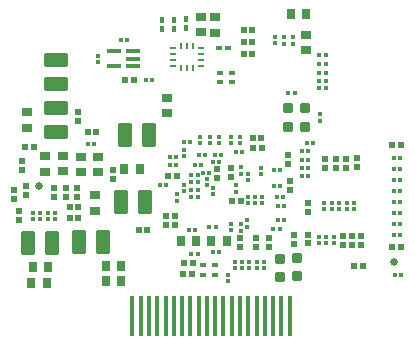
<source format=gbr>
G04*
G04 #@! TF.GenerationSoftware,Altium Limited,Altium Designer,24.6.1 (21)*
G04*
G04 Layer_Color=128*
%FSLAX44Y44*%
%MOMM*%
G71*
G04*
G04 #@! TF.SameCoordinates,46D9000B-954F-446C-B998-76B77EA3697B*
G04*
G04*
G04 #@! TF.FilePolarity,Positive*
G04*
G01*
G75*
%ADD21C,0.6350*%
G04:AMPARAMS|DCode=22|XSize=0.3048mm|YSize=0.3048mm|CornerRadius=0.0229mm|HoleSize=0mm|Usage=FLASHONLY|Rotation=180.000|XOffset=0mm|YOffset=0mm|HoleType=Round|Shape=RoundedRectangle|*
%AMROUNDEDRECTD22*
21,1,0.3048,0.2591,0,0,180.0*
21,1,0.2591,0.3048,0,0,180.0*
1,1,0.0457,-0.1295,0.1295*
1,1,0.0457,0.1295,0.1295*
1,1,0.0457,0.1295,-0.1295*
1,1,0.0457,-0.1295,-0.1295*
%
%ADD22ROUNDEDRECTD22*%
G04:AMPARAMS|DCode=23|XSize=0.8382mm|YSize=0.7112mm|CornerRadius=0.0711mm|HoleSize=0mm|Usage=FLASHONLY|Rotation=90.000|XOffset=0mm|YOffset=0mm|HoleType=Round|Shape=RoundedRectangle|*
%AMROUNDEDRECTD23*
21,1,0.8382,0.5690,0,0,90.0*
21,1,0.6960,0.7112,0,0,90.0*
1,1,0.1422,0.2845,0.3480*
1,1,0.1422,0.2845,-0.3480*
1,1,0.1422,-0.2845,-0.3480*
1,1,0.1422,-0.2845,0.3480*
%
%ADD23ROUNDEDRECTD23*%
G04:AMPARAMS|DCode=25|XSize=0.4572mm|YSize=0.508mm|CornerRadius=0.0343mm|HoleSize=0mm|Usage=FLASHONLY|Rotation=180.000|XOffset=0mm|YOffset=0mm|HoleType=Round|Shape=RoundedRectangle|*
%AMROUNDEDRECTD25*
21,1,0.4572,0.4394,0,0,180.0*
21,1,0.3886,0.5080,0,0,180.0*
1,1,0.0686,-0.1943,0.2197*
1,1,0.0686,0.1943,0.2197*
1,1,0.0686,0.1943,-0.2197*
1,1,0.0686,-0.1943,-0.2197*
%
%ADD25ROUNDEDRECTD25*%
G04:AMPARAMS|DCode=26|XSize=0.508mm|YSize=0.4572mm|CornerRadius=0.0343mm|HoleSize=0mm|Usage=FLASHONLY|Rotation=180.000|XOffset=0mm|YOffset=0mm|HoleType=Round|Shape=RoundedRectangle|*
%AMROUNDEDRECTD26*
21,1,0.5080,0.3886,0,0,180.0*
21,1,0.4394,0.4572,0,0,180.0*
1,1,0.0686,-0.2197,0.1943*
1,1,0.0686,0.2197,0.1943*
1,1,0.0686,0.2197,-0.1943*
1,1,0.0686,-0.2197,-0.1943*
%
%ADD26ROUNDEDRECTD26*%
G04:AMPARAMS|DCode=27|XSize=0.3048mm|YSize=0.3048mm|CornerRadius=0.0229mm|HoleSize=0mm|Usage=FLASHONLY|Rotation=270.000|XOffset=0mm|YOffset=0mm|HoleType=Round|Shape=RoundedRectangle|*
%AMROUNDEDRECTD27*
21,1,0.3048,0.2591,0,0,270.0*
21,1,0.2591,0.3048,0,0,270.0*
1,1,0.0457,-0.1295,-0.1295*
1,1,0.0457,-0.1295,0.1295*
1,1,0.0457,0.1295,0.1295*
1,1,0.0457,0.1295,-0.1295*
%
%ADD27ROUNDEDRECTD27*%
G04:AMPARAMS|DCode=29|XSize=0.4572mm|YSize=0.508mm|CornerRadius=0.0343mm|HoleSize=0mm|Usage=FLASHONLY|Rotation=270.000|XOffset=0mm|YOffset=0mm|HoleType=Round|Shape=RoundedRectangle|*
%AMROUNDEDRECTD29*
21,1,0.4572,0.4394,0,0,270.0*
21,1,0.3886,0.5080,0,0,270.0*
1,1,0.0686,-0.2197,-0.1943*
1,1,0.0686,-0.2197,0.1943*
1,1,0.0686,0.2197,0.1943*
1,1,0.0686,0.2197,-0.1943*
%
%ADD29ROUNDEDRECTD29*%
G04:AMPARAMS|DCode=33|XSize=0.508mm|YSize=0.4572mm|CornerRadius=0.0343mm|HoleSize=0mm|Usage=FLASHONLY|Rotation=90.000|XOffset=0mm|YOffset=0mm|HoleType=Round|Shape=RoundedRectangle|*
%AMROUNDEDRECTD33*
21,1,0.5080,0.3886,0,0,90.0*
21,1,0.4394,0.4572,0,0,90.0*
1,1,0.0686,0.1943,0.2197*
1,1,0.0686,0.1943,-0.2197*
1,1,0.0686,-0.1943,-0.2197*
1,1,0.0686,-0.1943,0.2197*
%
%ADD33ROUNDEDRECTD33*%
G04:AMPARAMS|DCode=42|XSize=0.7874mm|YSize=0.8382mm|CornerRadius=0.0787mm|HoleSize=0mm|Usage=FLASHONLY|Rotation=0.000|XOffset=0mm|YOffset=0mm|HoleType=Round|Shape=RoundedRectangle|*
%AMROUNDEDRECTD42*
21,1,0.7874,0.6807,0,0,0.0*
21,1,0.6299,0.8382,0,0,0.0*
1,1,0.1575,0.3150,-0.3404*
1,1,0.1575,-0.3150,-0.3404*
1,1,0.1575,-0.3150,0.3404*
1,1,0.1575,0.3150,0.3404*
%
%ADD42ROUNDEDRECTD42*%
%ADD72R,0.4000X3.5000*%
G04:AMPARAMS|DCode=73|XSize=1.2192mm|YSize=2.0066mm|CornerRadius=0.0914mm|HoleSize=0mm|Usage=FLASHONLY|Rotation=180.000|XOffset=0mm|YOffset=0mm|HoleType=Round|Shape=RoundedRectangle|*
%AMROUNDEDRECTD73*
21,1,1.2192,1.8237,0,0,180.0*
21,1,1.0363,2.0066,0,0,180.0*
1,1,0.1829,-0.5182,0.9119*
1,1,0.1829,0.5182,0.9119*
1,1,0.1829,0.5182,-0.9119*
1,1,0.1829,-0.5182,-0.9119*
%
%ADD73ROUNDEDRECTD73*%
%ADD74R,0.4750X0.2500*%
%ADD75R,0.2500X0.4750*%
%ADD76R,0.5000X0.4500*%
%ADD77R,0.5000X0.4000*%
G04:AMPARAMS|DCode=78|XSize=1.2192mm|YSize=2.0066mm|CornerRadius=0.0914mm|HoleSize=0mm|Usage=FLASHONLY|Rotation=90.000|XOffset=0mm|YOffset=0mm|HoleType=Round|Shape=RoundedRectangle|*
%AMROUNDEDRECTD78*
21,1,1.2192,1.8237,0,0,90.0*
21,1,1.0363,2.0066,0,0,90.0*
1,1,0.1829,0.9119,0.5182*
1,1,0.1829,0.9119,-0.5182*
1,1,0.1829,-0.9119,-0.5182*
1,1,0.1829,-0.9119,0.5182*
%
%ADD78ROUNDEDRECTD78*%
%ADD79R,1.2584X0.3758*%
G04:AMPARAMS|DCode=80|XSize=1.2584mm|YSize=0.3758mm|CornerRadius=0.1879mm|HoleSize=0mm|Usage=FLASHONLY|Rotation=180.000|XOffset=0mm|YOffset=0mm|HoleType=Round|Shape=RoundedRectangle|*
%AMROUNDEDRECTD80*
21,1,1.2584,0.0000,0,0,180.0*
21,1,0.8826,0.3758,0,0,180.0*
1,1,0.3758,-0.4413,0.0000*
1,1,0.3758,0.4413,0.0000*
1,1,0.3758,0.4413,0.0000*
1,1,0.3758,-0.4413,0.0000*
%
%ADD80ROUNDEDRECTD80*%
G04:AMPARAMS|DCode=81|XSize=0.8382mm|YSize=0.7112mm|CornerRadius=0.0711mm|HoleSize=0mm|Usage=FLASHONLY|Rotation=180.000|XOffset=0mm|YOffset=0mm|HoleType=Round|Shape=RoundedRectangle|*
%AMROUNDEDRECTD81*
21,1,0.8382,0.5690,0,0,180.0*
21,1,0.6960,0.7112,0,0,180.0*
1,1,0.1422,-0.3480,0.2845*
1,1,0.1422,0.3480,0.2845*
1,1,0.1422,0.3480,-0.2845*
1,1,0.1422,-0.3480,-0.2845*
%
%ADD81ROUNDEDRECTD81*%
%ADD82R,0.4500X0.5000*%
D21*
X26924Y103378D02*
D03*
X326898Y39116D02*
D03*
D22*
X228470Y86868D02*
D03*
X233810D02*
D03*
X193040Y98931D02*
D03*
Y104270D02*
D03*
X203454Y108582D02*
D03*
Y113921D02*
D03*
X203708Y89278D02*
D03*
Y94618D02*
D03*
X209550Y89532D02*
D03*
Y94872D02*
D03*
X173990Y102492D02*
D03*
Y97153D02*
D03*
X168656Y109858D02*
D03*
Y104518D02*
D03*
X197655Y119502D02*
D03*
Y114163D02*
D03*
X149606Y134242D02*
D03*
Y128903D02*
D03*
X163068Y145417D02*
D03*
Y140078D02*
D03*
X171450D02*
D03*
Y145417D02*
D03*
X178562D02*
D03*
Y140078D02*
D03*
X188722Y145163D02*
D03*
Y139824D02*
D03*
X196596Y145163D02*
D03*
Y139824D02*
D03*
X215392Y94872D02*
D03*
Y89532D02*
D03*
X224843Y67089D02*
D03*
X230182D02*
D03*
X233810Y74930D02*
D03*
X228470D02*
D03*
X233302Y94742D02*
D03*
X227962D02*
D03*
X230886Y103632D02*
D03*
X225547D02*
D03*
X193262Y132842D02*
D03*
X198601D02*
D03*
X230508Y117094D02*
D03*
X225168D02*
D03*
X143764Y96650D02*
D03*
Y91311D02*
D03*
X226060Y224660D02*
D03*
Y230000D02*
D03*
X233934Y224407D02*
D03*
Y229746D02*
D03*
X241808Y224407D02*
D03*
Y229746D02*
D03*
X263189Y55265D02*
D03*
Y60604D02*
D03*
X269793Y55519D02*
D03*
Y60858D02*
D03*
X275889Y55519D02*
D03*
Y60858D02*
D03*
X268224Y89446D02*
D03*
Y84107D02*
D03*
X274320Y89446D02*
D03*
Y84107D02*
D03*
X280924Y89446D02*
D03*
Y84107D02*
D03*
X287020Y89446D02*
D03*
Y84107D02*
D03*
X293624Y89446D02*
D03*
Y84107D02*
D03*
X100968Y227330D02*
D03*
X95628D02*
D03*
X149352Y99438D02*
D03*
Y104777D02*
D03*
X237614Y182626D02*
D03*
X242953D02*
D03*
D23*
X111656Y118110D02*
D03*
X98656D02*
D03*
X159408Y57404D02*
D03*
X146408D02*
D03*
X239880Y249682D02*
D03*
X252880D02*
D03*
X21186Y35560D02*
D03*
X34186D02*
D03*
X19916Y21336D02*
D03*
X32916D02*
D03*
X96162Y23622D02*
D03*
X83162D02*
D03*
X96162Y36322D02*
D03*
X83162D02*
D03*
X185316Y57404D02*
D03*
X172316D02*
D03*
D25*
X52385Y85852D02*
D03*
X59883D02*
D03*
Y76708D02*
D03*
X52385D02*
D03*
X300675Y36322D02*
D03*
X293177D02*
D03*
X134427Y78232D02*
D03*
X141925D02*
D03*
X141671Y70612D02*
D03*
X134173D02*
D03*
X110805Y66802D02*
D03*
X118303D02*
D03*
X75123Y149352D02*
D03*
X67625D02*
D03*
X99629Y193548D02*
D03*
X107127D02*
D03*
X199705Y215646D02*
D03*
X207203D02*
D03*
Y225806D02*
D03*
X199705D02*
D03*
X207203Y235458D02*
D03*
X199705D02*
D03*
D26*
X299257Y53973D02*
D03*
Y61470D02*
D03*
X283509Y53932D02*
D03*
Y61430D02*
D03*
X291338Y53973D02*
D03*
Y61470D02*
D03*
X189230Y118811D02*
D03*
Y111313D02*
D03*
X239014Y100137D02*
D03*
Y107635D02*
D03*
X15748Y96581D02*
D03*
Y104079D02*
D03*
X12446Y117155D02*
D03*
Y124653D02*
D03*
X49022Y102047D02*
D03*
Y94549D02*
D03*
X58928Y102301D02*
D03*
Y94803D02*
D03*
X237236Y129733D02*
D03*
Y122235D02*
D03*
X177546Y118049D02*
D03*
Y110551D02*
D03*
X286512Y119441D02*
D03*
Y126939D02*
D03*
X268732Y119441D02*
D03*
Y126939D02*
D03*
X277622Y119441D02*
D03*
Y126939D02*
D03*
X296164Y119695D02*
D03*
Y127193D02*
D03*
D27*
X186182Y23238D02*
D03*
Y28577D02*
D03*
X175639Y130221D02*
D03*
X180977D02*
D03*
X155573Y113030D02*
D03*
X160912D02*
D03*
X173860Y124460D02*
D03*
X179200D02*
D03*
X333123Y28702D02*
D03*
X327784D02*
D03*
X158745Y121920D02*
D03*
X164084D02*
D03*
X161922Y130048D02*
D03*
X167262D02*
D03*
X155573Y106934D02*
D03*
X160912D02*
D03*
X155573Y100584D02*
D03*
X160912D02*
D03*
X155573Y94488D02*
D03*
X160912D02*
D03*
X133988Y104394D02*
D03*
X128649D02*
D03*
X142715Y128270D02*
D03*
X137376D02*
D03*
X142624Y121158D02*
D03*
X137284D02*
D03*
X154307Y140716D02*
D03*
X148968D02*
D03*
X40386Y80901D02*
D03*
Y75563D02*
D03*
X27686Y80901D02*
D03*
Y75563D02*
D03*
X34036Y80901D02*
D03*
Y75563D02*
D03*
X21082Y81156D02*
D03*
Y75816D02*
D03*
X214359Y114095D02*
D03*
Y119435D02*
D03*
X153287Y66802D02*
D03*
X158625D02*
D03*
X175989Y69057D02*
D03*
X170650D02*
D03*
X258572Y140208D02*
D03*
X253233D02*
D03*
X254130Y133096D02*
D03*
X248790D02*
D03*
X254130Y125730D02*
D03*
X248790D02*
D03*
X254130Y119380D02*
D03*
X248790D02*
D03*
X254130Y112014D02*
D03*
X248790D02*
D03*
X73028Y139192D02*
D03*
X67688D02*
D03*
X76454Y213997D02*
D03*
Y208659D02*
D03*
X117219Y193548D02*
D03*
X122557D02*
D03*
X263776Y186944D02*
D03*
X269116D02*
D03*
X263776Y192819D02*
D03*
X269116D02*
D03*
X263939Y199423D02*
D03*
X269278D02*
D03*
X178946Y47752D02*
D03*
X173606D02*
D03*
X155573Y46482D02*
D03*
X160912D02*
D03*
X326705Y127754D02*
D03*
X332044D02*
D03*
X326705Y118345D02*
D03*
X332044D02*
D03*
X326705Y108936D02*
D03*
X332044D02*
D03*
X326705Y99527D02*
D03*
X332044D02*
D03*
X326705Y90119D02*
D03*
X332044D02*
D03*
X326705Y80709D02*
D03*
X332044D02*
D03*
X326705Y71301D02*
D03*
X332044D02*
D03*
X326705Y61892D02*
D03*
X332044D02*
D03*
X197358Y71249D02*
D03*
Y65911D02*
D03*
X164970Y115062D02*
D03*
X170310D02*
D03*
X269278Y206789D02*
D03*
X263939D02*
D03*
X189484Y71504D02*
D03*
Y66164D02*
D03*
X198374Y39499D02*
D03*
Y34160D02*
D03*
X204470Y39753D02*
D03*
Y34415D02*
D03*
X264414Y159129D02*
D03*
Y164468D02*
D03*
X217170Y39753D02*
D03*
Y34415D02*
D03*
X202946Y69467D02*
D03*
Y74805D02*
D03*
X192786Y34160D02*
D03*
Y39499D02*
D03*
X210820Y39753D02*
D03*
Y34415D02*
D03*
X263939Y214409D02*
D03*
X269278D02*
D03*
D29*
X196596Y51877D02*
D03*
Y59375D02*
D03*
X5080Y92517D02*
D03*
Y100015D02*
D03*
X39116Y102301D02*
D03*
Y94803D02*
D03*
X89154Y117541D02*
D03*
Y110043D02*
D03*
X9906Y82743D02*
D03*
Y75245D02*
D03*
X210566Y59883D02*
D03*
Y52385D02*
D03*
X220980Y59883D02*
D03*
Y52385D02*
D03*
X254000Y81849D02*
D03*
Y89347D02*
D03*
X242570Y62423D02*
D03*
Y54925D02*
D03*
X254000Y62677D02*
D03*
Y55179D02*
D03*
X59944Y159065D02*
D03*
Y166563D02*
D03*
D33*
X14600Y136398D02*
D03*
X22098D02*
D03*
X156657Y38608D02*
D03*
X149159D02*
D03*
X156149Y29464D02*
D03*
X148651D02*
D03*
X333124Y138463D02*
D03*
X325625D02*
D03*
X215585Y135890D02*
D03*
X208087D02*
D03*
X214823Y144018D02*
D03*
X207325D02*
D03*
X143449Y112268D02*
D03*
X135951D02*
D03*
X197297Y91440D02*
D03*
X189799D02*
D03*
X325120Y52324D02*
D03*
X332618D02*
D03*
D42*
X237685Y169548D02*
D03*
Y154049D02*
D03*
X251773D02*
D03*
Y169548D02*
D03*
X230378Y42294D02*
D03*
Y26795D02*
D03*
X245364Y27302D02*
D03*
Y42801D02*
D03*
D72*
X161686Y-6350D02*
D03*
X203686D02*
D03*
X210686D02*
D03*
X224686D02*
D03*
X231686D02*
D03*
X238686D02*
D03*
X217686D02*
D03*
X196686D02*
D03*
X189686D02*
D03*
X182686D02*
D03*
X175686D02*
D03*
X168686D02*
D03*
X154686D02*
D03*
X119686D02*
D03*
X112686D02*
D03*
X147686D02*
D03*
X140686D02*
D03*
X133686D02*
D03*
X126686D02*
D03*
X105686D02*
D03*
D73*
X95822Y89916D02*
D03*
X116014D02*
D03*
X37465Y55880D02*
D03*
X17272D02*
D03*
X60262Y56388D02*
D03*
X80455D02*
D03*
X99377Y147066D02*
D03*
X119571D02*
D03*
D74*
X163517Y220352D02*
D03*
Y215352D02*
D03*
Y210352D02*
D03*
Y205352D02*
D03*
X140267D02*
D03*
Y210352D02*
D03*
Y215352D02*
D03*
Y220352D02*
D03*
D75*
X156892Y203727D02*
D03*
X151892D02*
D03*
X146892D02*
D03*
Y221977D02*
D03*
X151892D02*
D03*
X156892D02*
D03*
D76*
X186376Y220472D02*
D03*
X178876D02*
D03*
D77*
X179832Y191580D02*
D03*
Y199580D02*
D03*
X189992Y191834D02*
D03*
Y199834D02*
D03*
X175260Y36512D02*
D03*
Y28512D02*
D03*
X165354Y36766D02*
D03*
Y28766D02*
D03*
D78*
X41148Y170117D02*
D03*
Y149923D02*
D03*
Y190056D02*
D03*
Y210249D02*
D03*
D79*
X106425Y218082D02*
D03*
D80*
Y211582D02*
D03*
Y205082D02*
D03*
X89888D02*
D03*
Y218082D02*
D03*
D81*
X16002Y166266D02*
D03*
Y153266D02*
D03*
X163322Y234038D02*
D03*
Y247038D02*
D03*
X175768Y233530D02*
D03*
Y246530D02*
D03*
X252730Y219052D02*
D03*
Y232052D02*
D03*
X46736Y129182D02*
D03*
Y116182D02*
D03*
X76708Y115674D02*
D03*
Y128674D02*
D03*
X62484Y115674D02*
D03*
Y128674D02*
D03*
X31496Y115928D02*
D03*
Y128928D02*
D03*
X73914Y82908D02*
D03*
Y95908D02*
D03*
X134620Y165458D02*
D03*
Y178458D02*
D03*
D82*
X130556Y244034D02*
D03*
Y236534D02*
D03*
X140462Y244288D02*
D03*
Y236788D02*
D03*
X151130Y244796D02*
D03*
Y237296D02*
D03*
M02*

</source>
